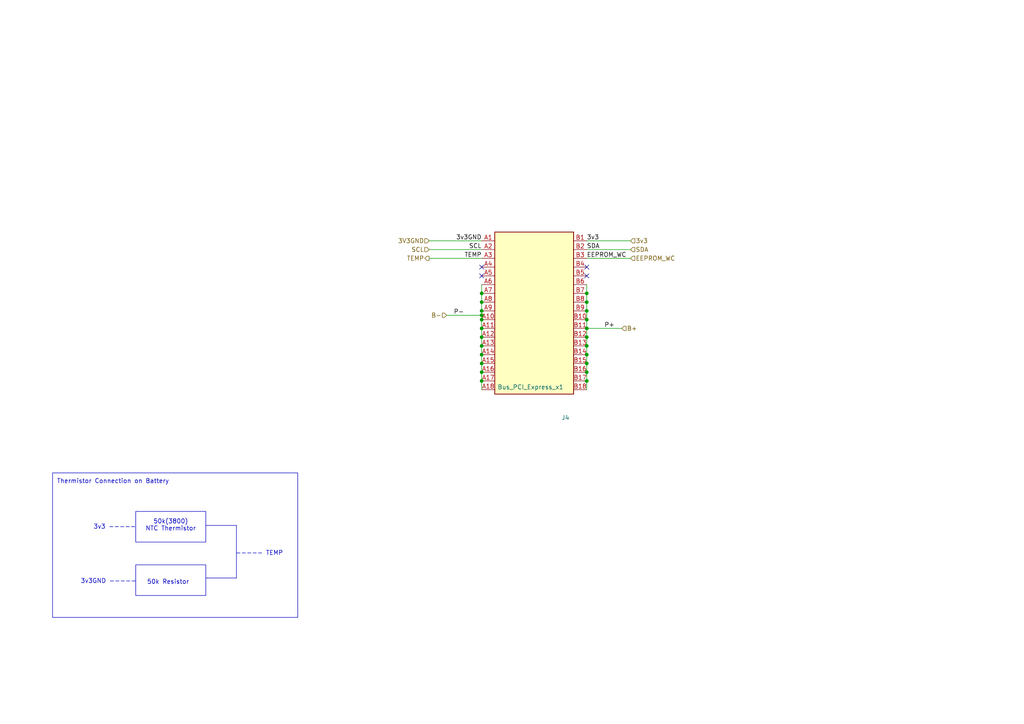
<source format=kicad_sch>
(kicad_sch (version 20250114) (generator "eeschema") (generator_version "9.0")
  (paper "A4")
  (title_block (title "BatMax - Female") (date "2025-03-28") (rev "1.0") (company "Neatstranger"))
  (lib_symbols
    (symbol "Connector:Bus_PCI_Express_x1"
      (property "Reference" "J1" (at 7.874 -34.798 0))
      (property "Value" "Bus_PCI_Express_x1" (at -10.668 -25.908 0))
      (symbol "Bus_PCI_Express_x1_0_1"
        (rectangle (start -11.43 19.05) (end 11.43 -27.94) (stroke (width 0.254)) (fill (type background)))
      )
      (symbol "Bus_PCI_Express_x1_1_1"
        (pin output line (at -15.24 16.51 0) (length 3.81) (name "") (number "A1"))
        (pin output line (at -15.24 13.97 0) (length 3.81) (name "") (number "A2"))
        (pin output line (at -15.24 11.43 0) (length 3.81) (name "") (number "A3"))
        (pin output line (at -15.24 8.89 0) (length 3.81) (name "") (number "A4"))
        (pin output line (at -15.24 6.35 0) (length 3.81) (name "") (number "A5"))
        (pin output line (at -15.24 3.81 0) (length 3.81) (name "") (number "A6"))
        (pin output line (at -15.24 1.27 0) (length 3.81) (name "") (number "A7"))
        (pin output line (at -15.24 -1.27 0) (length 3.81) (name "") (number "A8"))
        (pin output line (at -15.24 -3.81 0) (length 3.81) (name "") (number "A9"))
        (pin output line (at -15.24 -6.35 0) (length 3.81) (name "") (number "A10"))
        (pin output line (at -15.24 -8.89 0) (length 3.81) (name "") (number "A11"))
        (pin output line (at -15.24 -11.43 0) (length 3.81) (name "") (number "A12"))
        (pin output line (at -15.24 -13.97 0) (length 3.81) (name "") (number "A13"))
        (pin output line (at -15.24 -16.51 0) (length 3.81) (name "") (number "A14"))
        (pin output line (at -15.24 -19.05 0) (length 3.81) (name "") (number "A15"))
        (pin output line (at -15.24 -21.59 0) (length 3.81) (name "") (number "A16"))
        (pin output line (at -15.24 -24.13 0) (length 3.81) (name "") (number "A17"))
        (pin output line (at -15.24 -26.67 0) (length 3.81) (name "") (number "A18"))
        (pin output line (at 15.24 16.51 180) (length 3.81) (name "") (number "B1"))
        (pin output line (at 15.24 13.97 180) (length 3.81) (name "") (number "B2"))
        (pin output line (at 15.24 11.43 180) (length 3.81) (name "") (number "B3"))
        (pin output line (at 15.24 8.89 180) (length 3.81) (name "") (number "B4"))
        (pin output line (at 15.24 6.35 180) (length 3.81) (name "") (number "B5"))
        (pin output line (at 15.24 3.81 180) (length 3.81) (name "") (number "B6"))
        (pin output line (at 15.24 1.27 180) (length 3.81) (name "") (number "B7"))
        (pin output line (at 15.24 -1.27 180) (length 3.81) (name "") (number "B8"))
        (pin output line (at 15.24 -3.81 180) (length 3.81) (name "") (number "B9"))
        (pin output line (at 15.24 -6.35 180) (length 3.81) (name "") (number "B10"))
        (pin output line (at 15.24 -8.89 180) (length 3.81) (name "") (number "B11"))
        (pin output line (at 15.24 -11.43 180) (length 3.81) (name "") (number "B12"))
        (pin output line (at 15.24 -13.97 180) (length 3.81) (name "") (number "B13"))
        (pin output line (at 15.24 -16.51 180) (length 3.81) (name "") (number "B14"))
        (pin output line (at 15.24 -19.05 180) (length 3.81) (name "") (number "B15"))
        (pin output line (at 15.24 -21.59 180) (length 3.81) (name "") (number "B16"))
        (pin output line (at 15.24 -24.13 180) (length 3.81) (name "") (number "B17"))
        (pin output line (at 15.24 -26.67 180) (length 3.81) (name "") (number "B18"))
      )
    )
  )
  (rectangle (start 15.24 137.16) (end 86.36 179.07))
  (rectangle (start 39.37 163.83) (end 59.69 172.72))
  (rectangle (start 39.37 148.336) (end 59.69 157.226))
  (text "3v3 -----" (at 33.274 152.908 0) (effects (font (size 1.27 1.27))))
  (text "----- TEMP" (at 75.184 160.528 0) (effects (font (size 1.27 1.27))))
  (text "50k Resistor" (at 48.768 168.91 0) (effects (font (size 1.27 1.27))))
  (text "3v3GND -----" (at 31.496 168.656 0) (effects (font (size 1.27 1.27))))
  (text "50k(3800)\nNTC Thermistor" (at 49.53 152.4 0) (effects (font (size 1.27 1.27))))
  (text "Thermistor Connection on Battery" (at 32.766 139.7 0) (effects (font (size 1.27 1.27))))
  (junction (at 170.18 97.79))
  (junction (at 139.7 85.09))
  (junction (at 139.7 107.95))
  (junction (at 170.18 85.09))
  (junction (at 170.18 107.95))
  (junction (at 139.7 87.63))
  (junction (at 139.7 100.33))
  (junction (at 170.18 110.49))
  (junction (at 170.18 87.63))
  (junction (at 139.7 91.44))
  (junction (at 139.7 97.79))
  (junction (at 139.7 110.49))
  (junction (at 170.18 102.87))
  (junction (at 139.7 90.17))
  (junction (at 139.7 102.87))
  (junction (at 170.18 100.33))
  (junction (at 139.7 105.41))
  (junction (at 139.7 95.25))
  (junction (at 170.18 105.41))
  (junction (at 139.7 92.71))
  (junction (at 170.18 92.71))
  (junction (at 170.18 95.25))
  (junction (at 170.18 90.17))
  (no_connect (at 139.7 80.01))
  (no_connect (at 170.18 80.01))
  (no_connect (at 170.18 77.47))
  (no_connect (at 139.7 77.47))
  (wire (pts (xy 170.18 102.87) (xy 170.18 105.41)))
  (wire (pts (xy 139.7 100.33) (xy 139.7 102.87)))
  (wire (pts (xy 180.34 95.25) (xy 170.18 95.25)))
  (wire (pts (xy 124.46 72.39) (xy 139.7 72.39)))
  (wire (pts (xy 170.18 69.85) (xy 182.88 69.85)))
  (wire (pts (xy 170.18 95.25) (xy 170.18 97.79)))
  (wire (pts (xy 170.18 87.63) (xy 170.18 90.17)))
  (wire (pts (xy 170.18 97.79) (xy 170.18 100.33)))
  (wire (pts (xy 124.46 74.93) (xy 139.7 74.93)))
  (wire (pts (xy 124.46 69.85) (xy 139.7 69.85)))
  (wire (pts (xy 139.7 105.41) (xy 139.7 107.95)))
  (wire (pts (xy 139.7 102.87) (xy 139.7 105.41)))
  (wire (pts (xy 170.18 110.49) (xy 170.18 113.03)))
  (wire (pts (xy 182.88 74.93) (xy 170.18 74.93)))
  (wire (pts (xy 170.18 107.95) (xy 170.18 110.49)))
  (wire (pts (xy 170.18 90.17) (xy 170.18 92.71)))
  (wire (pts (xy 170.18 100.33) (xy 170.18 102.87)))
  (wire (pts (xy 139.7 92.71) (xy 139.7 95.25)))
  (wire (pts (xy 139.7 97.79) (xy 139.7 100.33)))
  (wire (pts (xy 170.18 82.55) (xy 170.18 85.09)))
  (wire (pts (xy 129.54 91.44) (xy 139.7 91.44)))
  (wire (pts (xy 139.7 110.49) (xy 139.7 113.03)))
  (wire (pts (xy 170.18 105.41) (xy 170.18 107.95)))
  (wire (pts (xy 139.7 82.55) (xy 139.7 85.09)))
  (wire (pts (xy 182.88 72.39) (xy 170.18 72.39)))
  (polyline (pts (xy 59.69 167.64) (xy 68.58 167.64)))
  (wire (pts (xy 139.7 85.09) (xy 139.7 87.63)))
  (polyline (pts (xy 68.58 152.4) (xy 68.58 167.64)))
  (wire (pts (xy 170.18 92.71) (xy 170.18 95.25)))
  (wire (pts (xy 139.7 95.25) (xy 139.7 97.79)))
  (wire (pts (xy 139.7 87.63) (xy 139.7 90.17)))
  (wire (pts (xy 139.7 107.95) (xy 139.7 110.49)))
  (wire (pts (xy 170.18 85.09) (xy 170.18 87.63)))
  (wire (pts (xy 139.7 91.44) (xy 139.7 92.71)))
  (wire (pts (xy 139.7 90.17) (xy 139.7 91.44)))
  (polyline (pts (xy 59.69 152.4) (xy 68.58 152.4)))
  (label "P-" (at 134.62 91.44 180))
  (label "3v3" (at 170.18 69.85 0))
  (label "P+" (at 175.26 95.25 0))
  (label "SCL" (at 139.7 72.39 180))
  (label "EEPROM_WC" (at 170.18 74.93 0))
  (label "SDA" (at 170.18 72.39 0))
  (label "TEMP" (at 139.7 74.93 180))
  (label "3v3GND" (at 139.7 69.85 180))
  (hierarchical_label "SDA" (shape input) (at 182.88 72.39 0))
  (hierarchical_label "B-" (shape input) (at 129.54 91.44 180))
  (hierarchical_label "SCL" (shape input) (at 124.46 72.39 180))
  (hierarchical_label "3v3" (shape input) (at 182.88 69.85 0))
  (hierarchical_label "TEMP" (shape output) (at 124.46 74.93 180))
  (hierarchical_label "EEPROM_WC" (shape input) (at 182.88 74.93 0))
  (hierarchical_label "B+" (shape input) (at 180.34 95.25 0))
  (hierarchical_label "3V3GND" (shape input) (at 124.46 69.85 180))
  (symbol (lib_id "Connector:Bus_PCI_Express_x1") (at 154.94 86.36 0) (unit 1)
    (property "Reference" "J1" (at 162.814 121.158 0) (effects (justify left)))
    (property "Value" "Bus_PCI_Express_x1" (at 144.272 112.268 0) (effects (justify left)))
    (property "Footprint" "COMPONENTS:CONN-TH_36P-P1.00-V_3183-XXXXXPXT" (effects (hide yes)))
    (property "Datasheet" "http://www.ritrontek.com/uploadfile/2016/1026/20161026105231124.pdf#page=63" (effects (hide yes)))
    (property "Description" "PCI Express bus connector x1" (effects (hide yes)))
    (instances (project "Backplane" (path "" (reference "J4") (unit 1)) (path "" (reference "J3") (unit 1)) (path "" (reference "J1") (unit 1)) (path "" (reference "J2") (unit 1))))
  )
)
</source>
